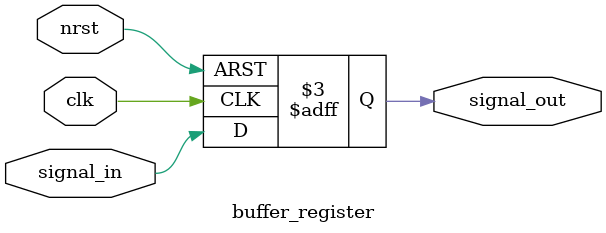
<source format=sv>
module buffer_register(
    input logic clk, nrst, 
    input logic signal_in,
    output logic signal_out
  );


  always_ff @ (posedge clk, negedge nrst) begin
  if (!nrst) begin
    signal_out <= 0;
  end
  else begin
    signal_out <= signal_in; 
  end
end

//mosi is 17 bits
endmodule

</source>
